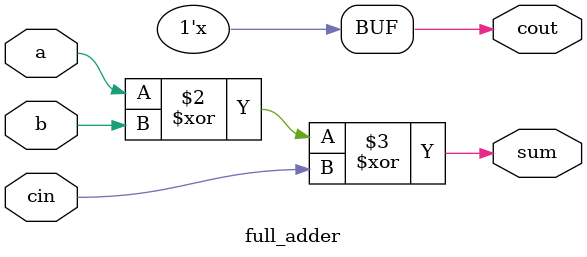
<source format=v>
`timescale 1ns / 1ps
module full_adder(a,b,cin,sum,cout);

input a,b,cin;
output reg sum,cout;
reg t1,t2,t3;

//wire x,u,v,w;


/* 
and(v,b,cin);
and(w,a,cin);
and(u,a,b);
or(cout,u,v,w);
xor(x,a,b);
xor(sum,x,cin);
*/

initial 
	begin
	sum<=0;
	cout<=0;
	end

always@(*)
	begin
	sum<= (a^b)^cin;
	t1<= a & b;
	t2<= b & cin;
	t3<= a & cin;
	cout<= (t1 | t2 )| t3;
	end 

endmodule
</source>
